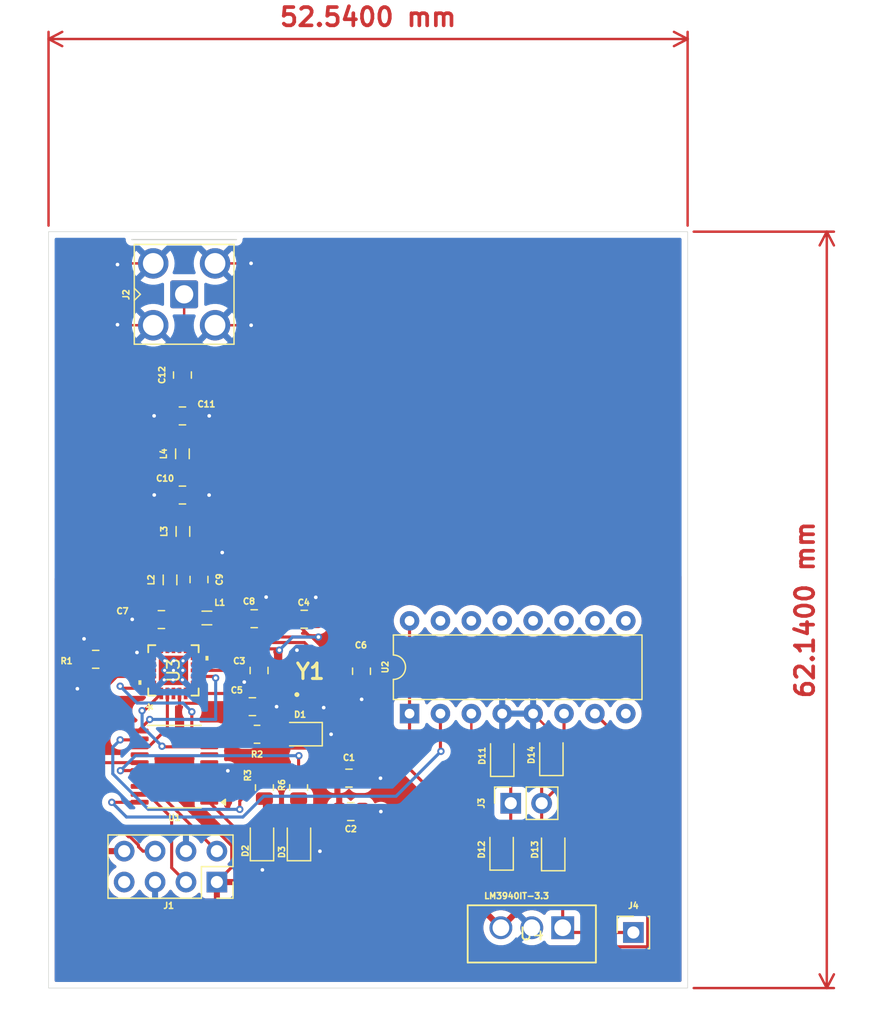
<source format=kicad_pcb>
(kicad_pcb (version 20240108) (generator "pcbnew") (generator_version "8.0")
  (layers (0 "F.Cu" signal) (31 "B.Cu" signal) (34 "B.Paste" user) (35 "F.Paste" user) (36 "B.SilkS" user "B.Silkscreen") (37 "F.SilkS" user "F.Silkscreen") (38 "B.Mask" user) (39 "F.Mask" user) (44 "Edge.Cuts" user))
  (net 0 "")
  (net 1 "VDD")
  (net 2 "GND")
  (net 3 "OSC_IN")
  (net 4 "Net-(U3-DCOUPL)")
  (net 5 "OSC_OUT")
  (net 6 "Net-(D1-A)")
  (net 7 "Net-(D2-A)")
  (net 8 "Net-(D3-A)")
  (net 9 "VDD_5V")
  (net 10 "USART_TX")
  (net 11 "SWCLK")
  (net 12 "USART_RX")
  (net 13 "SWDIO")
  (net 14 "RBIAS")
  (net 15 "Net-(U1-PA3)")
  (net 16 "Net-(U1-PA5)")
  (net 17 "Net-(U1-PA9{slash}PA11)")
  (net 18 "SPI_MISO")
  (net 22 "MTR_CTRL_L")
  (net 24 "SPI_MOSI")
  (net 25 "SPI_NSS")
  (net 27 "MTR_CTRL_R")
  (net 28 "SPI_SCLK")
  (net 38 "GDO2")
  (net 39 "RF_N")
  (net 40 "GDO0")
  (net 41 "RF_P")
  (net 42 "Mplus")
  (net 43 "Mneg")
  (net 44 "Net-(C8-Pad2)")
  (net 45 "Net-(C9-Pad1)")
  (net 46 "Net-(C10-Pad2)")
  (net 47 "Net-(C11-Pad2)")
  (net 48 "Net-(J2-In)")
  (footprint "newparts:NX3225GA16000MSTDCRG1" (layer "F.Cu") (at 137.738651 98.761351)
    (property "Reference" "Y1")
    (property "Value" "NX3225GA-26.000MHZ-EXS00A-CG01972" (hide yes))
  )
  (footprint "Diode_SMD:D_0805_2012Metric" (layer "F.Cu") (at 153.518651 105.696351 90)
    (property "Reference" "D11")
    (property "Value" "1N4001")
  )
  (footprint "Capacitor_SMD:C_0805_2012Metric" (layer "F.Cu") (at 127.228651 74.406351 90)
    (property "Reference" "C12")
    (property "Value" "220pF")
  )
  (footprint "Diode_SMD:D_0805_2012Metric" (layer "F.Cu") (at 157.708651 113.446351 90)
    (property "Reference" "D13")
    (property "Value" "1N4001")
  )
  (footprint "Connector_PinSocket_2.54mm:PinSocket_1x02_P2.54mm_Vertical" (layer "F.Cu") (at 154.218651 109.586351 90)
    (property "Reference" "J3")
    (property "Value" "Conn_01x02_Socket")
  )
  (footprint "Package_SO:TSSOP-20_4.4x6.5mm_P0.65mm" (layer "F.Cu") (at 126.571151 106.576351 180)
    (property "Reference" "U1")
    (property "Value" "STM32C011F4Px")
  )
  (footprint "Connector_PinSocket_2.54mm:PinSocket_2x04_P2.54mm_Vertical" (layer "F.Cu") (at 130.058651 116.061351 -90)
    (property "Reference" "J1")
    (property "Value" "Conn_02x04_Counter_Clockwise")
  )
  (footprint "newparts:RGP20_2P4X2P4" (layer "F.Cu") (at 126.48865 98.670001 90)
    (property "Reference" "U3")
    (property "Value" "CC1101RGPR")
  )
  (footprint "Capacitor_SMD:C_0805_2012Metric" (layer "F.Cu") (at 137.238651 94.471351)
    (property "Reference" "C4")
    (property "Value" "0.1uF")
  )
  (footprint "Package_DIP:DIP-16_W7.62mm" (layer "F.Cu") (at 145.898651 102.221351 90)
    (property "Reference" "U2")
    (property "Value" "L293D")
  )
  (footprint "Capacitor_SMD:C_0805_2012Metric" (layer "F.Cu") (at 133.128651 94.426351 180)
    (property "Reference" "C8")
    (property "Value" "220pF")
  )
  (footprint "Capacitor_SMD:C_0805_2012Metric" (layer "F.Cu") (at 120.098651 97.761351 180)
    (property "Reference" "R1")
    (property "Value" "56k")
  )
  (footprint "Capacitor_SMD:C_0805_2012Metric" (layer "F.Cu") (at 127.228651 84.266351)
    (property "Reference" "C10")
    (property "Value" "12pF")
  )
  (footprint "Capacitor_SMD:C_0805_2012Metric" (layer "F.Cu") (at 125.498651 94.496351 180)
    (property "Reference" "C7")
    (property "Value" "6.8pF")
  )
  (footprint "Resistor_SMD:R_0805_2012Metric" (layer "F.Cu") (at 133.361151 103.921351 180)
    (property "Reference" "R2")
    (property "Value" "68")
  )
  (footprint "Capacitor_SMD:C_0805_2012Metric" (layer "F.Cu") (at 141.068651 110.271351)
    (property "Reference" "C2")
    (property "Value" "0.1uF")
  )
  (footprint "newparts:LM3940IT-3.3" (layer "F.Cu") (at 153.408651 120.829351 180)
    (property "Reference" "U4")
    (property "Value" "LM3940IT-3.3")
  )
  (footprint "Connector_Coaxial:SMA_Amphenol_901-143_Horizontal" (layer "F.Cu") (at 127.368651 67.776351)
    (property "Reference" "J2")
    (property "Value" "Conn_Coaxial")
    (fp_line (start 4.3 -4.5) (end -4.3 -4.5) (stroke (width 0.1)) (layer "Edge.Cuts"))
  )
  (footprint "Capacitor_SMD:C_0805_2012Metric" (layer "F.Cu") (at 133.528651 98.681351 -90)
    (property "Reference" "C3")
    (property "Value" "27pF")
  )
  (footprint "LED_SMD:LED_0805_2012Metric" (layer "F.Cu") (at 133.768651 112.623851 90)
    (property "Reference" "D2")
    (property "Value" "LED_Receive")
  )
  (footprint "Inductor_SMD:L_0805_2012Metric" (layer "F.Cu") (at 127.228651 80.876351 90)
    (property "Reference" "L4")
    (property "Value" "33nH")
  )
  (footprint "Capacitor_SMD:C_0805_2012Metric" (layer "F.Cu") (at 127.228651 77.766351)
    (property "Reference" "C11")
    (property "Value" "6.8pF")
  )
  (footprint "Capacitor_SMD:C_0805_2012Metric" (layer "F.Cu") (at 132.978651 101.651351)
    (property "Reference" "C5")
    (property "Value" "0.1uF")
  )
  (footprint "Inductor_SMD:L_0805_2012Metric" (layer "F.Cu") (at 126.208651 91.236351 90)
    (property "Reference" "L2")
    (property "Value" "33nH")
  )
  (footprint "Inductor_SMD:L_0805_2012Metric" (layer "F.Cu") (at 127.268651 87.256351 90)
    (property "Reference" "L3")
    (property "Value" "18nH")
  )
  (footprint "Diode_SMD:D_0805_2012Metric" (layer "F.Cu") (at 157.558651 105.626351 90)
    (property "Reference" "D14")
    (property "Value" "1N4001")
  )
  (footprint "Capacitor_SMD:C_0805_2012Metric" (layer "F.Cu") (at 141.948651 98.741351 -90)
    (property "Reference" "C6")
    (property "Value" "27pF")
  )
  (footprint "Resistor_SMD:R_0805_2012Metric" (layer "F.Cu") (at 133.968651 108.293851 90)
    (property "Reference" "R3")
    (property "Value" "68")
  )
  (footprint "Resistor_SMD:R_0805_2012Metric" (layer "F.Cu") (at 136.778651 108.293851 90)
    (property "Reference" "R6")
    (property "Value" "68")
  )
  (footprint "Capacitor_SMD:C_0805_2012Metric" (layer "F.Cu") (at 128.588651 91.206351 -90)
    (property "Reference" "C9")
    (property "Value" "6.8pF")
  )
  (footprint "LED_SMD:LED_0805_2012Metric" (layer "F.Cu") (at 136.808651 112.623851 90)
    (property "Reference" "D3")
    (property "Value" "LED_Valid")
  )
  (footprint "Inductor_SMD:L_0805_2012Metric" (layer "F.Cu") (at 129.238651 94.366351 180)
    (property "Reference" "L1")
    (property "Value" "33nH")
  )
  (footprint "LED_SMD:LED_0805_2012Metric" (layer "F.Cu") (at 137.038651 103.911351 180)
    (property "Reference" "D1")
    (property "Value" "LED_Transmit")
  )
  (footprint "Capacitor_SMD:C_0805_2012Metric" (layer "F.Cu") (at 140.918651 107.521351)
    (property "Reference" "C1")
    (property "Value" "0.1uF")
  )
  (footprint "Connector_PinSocket_2.54mm:PinSocket_1x01_P2.54mm_Vertical" (layer "F.Cu") (at 164.298651 120.203351 90)
    (property "Reference" "J4")
    (property "Value" "Conn_01x01_Socket")
  )
  (footprint "Diode_SMD:D_0805_2012Metric" (layer "F.Cu") (at 153.468651 113.396351 90)
    (property "Reference" "D12")
    (property "Value" "1N4001")
  )
  (gr_rect (start 116.22 62.63) (end 168.76 124.77) (stroke (width 0.05)) (fill none) (layer "Edge.Cuts"))
  (dimension (type aligned) (layer "F.Cu") (pts (xy 116.22 62.63) (xy 168.76 62.63)) (height -15.83) (gr_text "52.5400 mm" (at 142.49 45 0) (layer "F.Cu") (effects (font (size 1.5 1.5) (thickness 0.3)))) (format (prefix "") (suffix "") (units 3) (units_format 1) (precision 4)) (style (thickness 0.2) (arrow_length 1.27) (text_position_mode 0) (extension_height 0.58642) (extension_offset 0.5) keep_text_aligned))
  (dimension (type aligned) (layer "F.Cu") (pts (xy 168.76 62.63) (xy 168.76 124.77)) (height -11.44) (gr_text "62.1400 mm" (at 178.4 93.7 90) (layer "F.Cu") (effects (font (size 1.5 1.5) (thickness 0.3)))) (format (prefix "") (suffix "") (units 3) (units_format 1) (precision 4)) (style (thickness 0.2) (arrow_length 1.27) (text_position_mode 0) (extension_height 0.58642) (extension_offset 0.5) keep_text_aligned))
  (segment (start 129.811773 101.371901) (end 131.334223 102.894351) (width 0.254) (layer "F.Cu") (net 1))
  (segment (start 120.692074 96.57) (end 125.287298 96.57) (width 0.254) (layer "F.Cu") (net 1))
  (segment (start 138.41 95.93) (end 139.38 95.93) (width 0.254) (layer "F.Cu") (net 1))
  (segment (start 132.957079 102.894351) (end 133.381851 103.319123) (width 0.254) (layer "F.Cu") (net 1))
  (segment (start 131.28 114.840002) (end 130.058651 116.061351) (width 0.254) (layer "F.Cu") (net 1))
  (segment (start 133.793 105.053) (end 137.5003 105.053) (width 0.254) (layer "F.Cu") (net 1))
  (segment (start 121.687929 98.670001) (end 121.544579 98.813351) (width 0.254) (layer "F.Cu") (net 1))
  (segment (start 135.094351 96.904351) (end 135.2 97.01) (width 0.254) (layer "F.Cu") (net 1))
  (segment (start 127.061649 101.371901) (end 129.811773 101.371901) (width 0.254) (layer "F.Cu") (net 1))
  (segment (start 137.5003 105.053) (end 139.968651 107.521351) (width 0.254) (layer "F.Cu") (net 1))
  (segment (start 127.01 101.72) (end 126.988649 101.698649) (width 0.254) (layer "F.Cu") (net 1))
  (segment (start 137.7473 95.93) (end 138.41 95.93) (width 0.254) (layer "F.Cu") (net 1))
  (segment (start 139.38 95.93) (end 139.4 95.95) (width 0.254) (layer "F.Cu") (net 1))
  (segment (start 128.696152 107.551351) (end 128.104676 108.142827) (width 0.254) (layer "F.Cu") (net 1))
  (segment (start 126.988649 100.568651) (end 126.988649 101.49) (width 0.254) (layer "F.Cu") (net 1))
  (segment (start 138.409 95.929) (end 138.41 95.93) (width 0.254) (layer "F.Cu") (net 1))
  (segment (start 120.221651 97.040423) (end 120.692074 96.57) (width 0.254) (layer "F.Cu") (net 1))
  (segment (start 131.334223 102.894351) (end 132.957079 102.894351) (width 0.254) (layer "F.Cu") (net 1))
  (segment (start 129.169948 98.170002) (end 130.435599 96.904351) (width 0.254) (layer "F.Cu") (net 1))
  (segment (start 136.288651 94.471351) (end 137.7473 95.93) (width 0.254) (layer "F.Cu") (net 1))
  (segment (start 121.544579 98.813351) (end 120.552723 98.813351) (width 0.254) (layer "F.Cu") (net 1))
  (segment (start 120.221651 98.482279) (end 120.221651 97.040423) (width 0.254) (layer "F.Cu") (net 1))
  (segment (start 124.59 98.670001) (end 121.687929 98.670001) (width 0.254) (layer "F.Cu") (net 1))
  (segment (start 128.104676 108.142827) (end 128.104676 109.902846) (width 0.254) (layer "F.Cu") (net 1))
  (segment (start 125.988651 96.771351) (end 125.488649 96.771351) (width 0.254) (layer "F.Cu") (net 1))
  (segment (start 128.331002 95.929) (end 138.409 95.929) (width 0.254) (layer "F.Cu") (net 1))
  (segment (start 120.552723 98.813351) (end 120.221651 98.482279) (width 0.254) (layer "F.Cu") (net 1))
  (segment (start 129.433651 107.551351) (end 128.696152 107.551351) (width 0.254) (layer "F.Cu") (net 1))
  (segment (start 126.988649 100.568651) (end 126.988649 101.298901) (width 0.254) (layer "F.Cu") (net 1))
  (segment (start 128.3873 98.170002) (end 129.169948 98.170002) (width 0.254) (layer "F.Cu") (net 1))
  (segment (start 131.28 113.07817) (end 131.28 114.840002) (width 0.254) (layer "F.Cu") (net 1))
  (segment (start 125.287298 96.57) (end 125.488649 96.771351) (width 0.254) (layer "F.Cu") (net 1))
  (segment (start 126.988649 101.49) (end 126.988649 101.698649) (width 0.254) (layer "F.Cu") (net 1))
  (segment (start 130.435599 96.904351) (end 135.094351 96.904351) (width 0.254) (layer "F.Cu") (net 1))
  (segment (start 126.988649 101.298901) (end 127.061649 101.371901) (width 0.254) (layer "F.Cu") (net 1))
  (segment (start 127.488651 96.771351) (end 128.331002 95.929) (width 0.254) (layer "F.Cu") (net 1))
  (segment (start 128.104676 109.902846) (end 131.28 113.07817) (width 0.254) (layer "F.Cu") (net 1))
  (segment (start 133.381851 103.319123) (end 133.381851 104.641851) (width 0.254) (layer "F.Cu") (net 1))
  (segment (start 133.381851 104.641851) (end 133.793 105.053) (width 0.254) (layer "F.Cu") (net 1))
  (via (at 135.2 97.01) (size 0.6) (drill 0.3) (layers "F.Cu" "B.Cu") (net 1))
  (via (at 138.41 95.93) (size 0.6) (drill 0.3) (layers "F.Cu" "B.Cu") (net 1))
  (segment (start 135.2 97.01) (end 136.28 95.93) (width 0.254) (layer "B.Cu") (net 1))
  (segment (start 136.28 95.93) (end 138.41 95.93) (width 0.254) (layer "B.Cu") (net 1))
  (segment (start 132.876351 74.313649) (end 132.876351 70.316351) (width 0.2) (layer "F.Cu") (net 2))
  (segment (start 124.828651 70.316351) (end 121.936351 70.316351) (width 0.2) (layer "F.Cu") (net 2))
  (segment (start 138.188651 94.471351) (end 138.188651 92.671349) (width 0.2) (layer "F.Cu") (net 2))
  (segment (start 123.116351 94.496351) (end 123.1 94.48) (width 0.2) (layer "F.Cu") (net 2))
  (segment (start 137.976151 103.911351) (end 139.441351 103.911351) (width 0.254) (layer "F.Cu") (net 2))
  (segment (start 133.768651 115.028651) (end 133.8 115.06) (width 0.254) (layer "F.Cu") (net 2))
  (segment (start 130.5 89.04) (end 130.5 88.99) (width 0.2) (layer "F.Cu") (net 2))
  (segment (start 132.863649 65.236351) (end 132.87 65.23) (width 0.2) (layer "F.Cu") (net 2))
  (segment (start 124.906351 77.766351) (end 124.9 77.76) (width 0.2) (layer "F.Cu") (net 2))
  (segment (start 124.828651 65.236351) (end 121.983649 65.236351) (width 0.2) (layer "F.Cu") (net 2))
  (segment (start 134.97 101.65) (end 134.968649 101.651351) (width 0.2) (layer "F.Cu") (net 2))
  (segment (start 136.638651 97.961351) (end 136.638651 97.011349) (width 0.254) (layer "F.Cu") (net 2))
  (segment (start 133.528651 99.631351) (end 132.311351 99.631351) (width 0.2) (layer "F.Cu") (net 2))
  (segment (start 132.311351 99.631351) (end 132.31 99.63) (width 0.2) (layer "F.Cu") (net 2))
  (segment (start 143.501351 107.521351) (end 143.51 107.53) (width 0.254) (layer "F.Cu") (net 2))
  (segment (start 138.17 92.65) (end 138.19 92.67) (width 0.2) (layer "F.Cu") (net 2))
  (segment (start 124.59 99.17) (end 121.829983 99.17) (width 0.254) (layer "F.Cu") (net 2))
  (segment (start 136.808651 113.561351) (end 138.498649 113.561351) (width 0.254) (layer "F.Cu") (net 2))
  (segment (start 132.876351 65.236351) (end 132.87 65.23) (width 0.2) (layer "F.Cu") (net 2))
  (segment (start 123.63 85.54) (end 124.91 84.26) (width 0.2) (layer "F.Cu") (net 2))
  (segment (start 129.42 84.27) (end 129.42 77.77) (width 0.2) (layer "F.Cu") (net 2))
  (segment (start 124.59 97.67) (end 124.12 97.2) (width 0.254) (layer "F.Cu") (net 2))
  (segment (start 124.548651 94.496351) (end 123.116351 94.496351) (width 0.2) (layer "F.Cu") (net 2))
  (segment (start 124.916351 84.266351) (end 124.91 84.26) (width 0.2) (layer "F.Cu") (net 2))
  (segment (start 121.829983 99.17) (end 120.819983 100.18) (width 0.254) (layer "F.Cu") (net 2))
  (segment (start 121.936351 70.316351) (end 121.89 70.27) (width 0.2) (layer "F.Cu") (net 2))
  (segment (start 134.11 92.65) (end 130.5 89.04) (width 0.2) (layer "F.Cu") (net 2))
  (segment (start 129.43 77.76) (end 132.876351 74.313649) (width 0.2) (layer "F.Cu") (net 2))
  (segment (start 123.63 93.95) (end 123.63 85.54) (width 0.2) (layer "F.Cu") (net 2))
  (segment (start 134.11 92.65) (end 138.17 92.65) (width 0.2) (layer "F.Cu") (net 2))
  (segment (start 124.9 77.76) (end 124.9 84.25) (width 0.2) (layer "F.Cu") (net 2))
  (segment (start 136.638651 97.011349) (end 136.64 97.01) (width 0.254) (layer "F.Cu") (net 2))
  (segment (start 129.908651 65.236351) (end 132.863649 65.236351) (width 0.2) (layer "F.Cu") (net 2))
  (segment (start 126.278651 77.766351) (end 124.906351 77.766351) (width 0.2) (layer "F.Cu") (net 2))
  (segment (start 129.908651 70.316351) (end 132.876351 70.316351) (width 0.2) (layer "F.Cu") (net 2))
  (segment (start 121.89 65.33) (end 121.89 70.27) (width 0.2) (layer "F.Cu") (net 2))
  (segment (start 138.838651 101.728651) (end 138.84 101.73) (width 0.2) (layer "F.Cu") (net 2))
  (segment (start 153.518651 102.221351) (end 153.518651 104.758851) (width 0.2) (layer "F.Cu") (net 2))
  (segment (start 157.558651 103.721351) (end 157.558651 104.688851) (width 0.2) (layer "F.Cu") (net 2))
  (segment (start 129.42 77.77) (end 129.43 77.76) (width 0.2) (layer "F.Cu") (net 2))
  (segment (start 130.941351 106.901351) (end 130.96 106.92) (width 0.254) (layer "F.Cu") (net 2))
  (segment (start 138.498649 113.561351) (end 138.53 113.53) (width 0.254) (layer "F.Cu") (net 2))
  (segment (start 129.433651 106.901351) (end 130.941351 106.901351) (width 0.254) (layer "F.Cu") (net 2))
  (segment (start 121.89 70.27) (end 121.89 74.75) (width 0.2) (layer "F.Cu") (net 2))
  (segment (start 119.148651 97.761351) (end 119.148651 96.088651) (width 0.254) (layer "F.Cu") (net 2))
  (segment (start 141.948651 99.691351) (end 141.948651 101.038651) (width 0.2) (layer "F.Cu") (net 2))
  (segment (start 138.838651 99.561351) (end 138.838651 101.728651) (width 0.2) (layer "F.Cu") (net 2))
  (segment (start 143.538649 110.271351) (end 143.54 110.27) (width 0.254) (layer "F.Cu") (net 2))
  (segment (start 134.078651 92.681349) (end 134.11 92.65) (width 0.2) (layer "F.Cu") (net 2))
  (segment (start 121.983649 65.236351) (end 121.89 65.33) (width 0.2) (layer "F.Cu") (net 2))
  (segment (start 124.9 84.25) (end 124.91 84.26) (width 0.2) (layer "F.Cu") (net 2))
  (segment (start 123.1 94.48) (end 123.63 93.95) (width 0.2) (layer "F.Cu") (net 2))
  (segment (start 141.868651 107.521351) (end 143.501351 107.521351) (width 0.254) (layer "F.Cu") (net 2))
  (segment (start 130.5 85.35) (end 129.42 84.27) (width 0.2) (layer "F.Cu") (net 2))
  (segment (start 141.948651 101.038651) (end 141.96 101.05) (width 0.2) (layer "F.Cu") (net 2))
  (segment (start 134.078651 94.426351) (end 134.078651 92.681349) (width 0.2) (layer "F.Cu") (net 2))
  (segment (start 142.018651 110.271351) (end 143.538649 110.271351) (width 0.254) (layer "F.Cu") (net 2))
  (segment (start 138.188651 92.671349) (end 138.19 92.67) (width 0.2) (layer "F.Cu") (net 2))
  (segment (start 156.058651 102.221351) (end 157.558651 103.721351) (width 0.2) (layer "F.Cu") (net 2))
  (segment (start 132.876351 70.316351) (end 132.876351 65.236351) (width 0.2) (layer "F.Cu") (net 2))
  (segment (start 124.12 97.2) (end 123.49 97.2) (width 0.254) (layer "F.Cu") (net 2))
  (segment (start 130.5 88.99) (end 130.5 85.35) (width 0.2) (layer "F.Cu") (net 2))
  (segment (start 133.768651 113.561351) (end 133.768651 115.028651) (width 0.254) (layer "F.Cu") (net 2))
  (segment (start 133.928651 101.651351) (end 134.968649 101.651351) (width 0.2) (layer "F.Cu") (net 2))
  (segment (start 126.278651 84.266351) (end 124.916351 84.266351) (width 0.2) (layer "F.Cu") (net 2))
  (segment (start 121.89 74.75) (end 124.9 77.76) (width 0.2) (layer "F.Cu") (net 2))
  (segment (start 120.819983 100.18) (end 118.59 100.18) (width 0.254) (layer "F.Cu") (net 2))
  (segment (start 119.148651 96.088651) (end 119.14 96.08) (width 0.254) (layer "F.Cu") (net 2))
  (segment (start 139.441351 103.911351) (end 139.45 103.92) (width 0.254) (layer "F.Cu") (net 2))
  (via (at 124.91 84.26) (size 0.6) (drill 0.3) (layers "F.Cu" "B.Cu") (net 2))
  (via (at 121.89 70.27) (size 0.6) (drill 0.3) (layers "F.Cu" "B.Cu") (net 2))
  (via (at 118.59 100.18) (size 0.6) (drill 0.3) (layers "F.Cu" "B.Cu") (net 2))
  (via (at 139.45 103.92) (size 0.6) (drill 0.3) (layers "F.Cu" "B.Cu") (net 2))
  (via (at 132.87 65.23) (size 0.6) (drill 0.3) (layers "F.Cu" "B.Cu") (net 2))
  (via (at 141.96 101.05) (size 0.6) (drill 0.3) (layers "F.Cu" "B.Cu") (net 2))
  (via (at 138.84 101.73) (size 0.6) (drill 0.3) (layers "F.Cu" "B.Cu") (net 2))
  (via (at 132.876351 70.316351) (size 0.6) (drill 0.3) (layers "F.Cu" "B.Cu") (net 2))
  (via (at 124.9 77.76) (size 0.6) (drill 0.3) (layers "F.Cu" "B.Cu") (net 2))
  (via (at 134.11 92.65) (size 0.6) (drill 0.3) (layers "F.Cu" "B.Cu") (net 2))
  (via (at 132.31 99.63) (size 0.6) (drill 0.3) (layers "F.Cu" "B.Cu") (net 2))
  (via (at 138.53 113.53) (size 0.6) (drill 0.3) (layers "F.Cu" "B.Cu") (net 2))
  (via (at 130.96 106.92) (size 0.6) (drill 0.3) (layers "F.Cu" "B.Cu") (net 2))
  (via (at 130.5 88.99) (size 0.6) (drill 0.3) (layers "F.Cu" "B.Cu") (net 2))
  (via (at 143.54 110.27) (size 0.6) (drill 0.3) (layers "F.Cu" "B.Cu") (net 2))
  (via (at 134.968649 101.651351) (size 0.6) (drill 0.3) (layers "F.Cu" "B.Cu") (net 2))
  (via (at 123.1 94.48) (size 0.6) (drill 0.3) (layers "F.Cu" "B.Cu") (net 2))
  (via (at 133.8 115.06) (size 0.6) (drill 0.3) (layers "F.Cu" "B.Cu") (net 2))
  (via (at 121.89 65.33) (size 0.6) (drill 0.3) (layers "F.Cu" "B.Cu") (net 2))
  (via (at 136.64 97.01) (size 0.6) (drill 0.3) (layers "F.Cu" "B.Cu") (net 2))
  (via (at 129.43 77.76) (size 0.6) (drill 0.3) (layers "F.Cu" "B.Cu") (net 2))
  (via (at 138.19 92.67) (size 0.6) (drill 0.3) (layers "F.Cu" "B.Cu") (net 2))
  (via (at 129.42 84.27) (size 0.6) (drill 0.3) (layers "F.Cu" "B.Cu") (net 2))
  (via (at 143.51 107.53) (size 0.6) (drill 0.3) (layers "F.Cu" "B.Cu") (net 2))
  (via (at 123.49 97.2) (size 0.6) (drill 0.3) (layers "F.Cu" "B.Cu") (net 2))
  (via (at 119.14 96.08) (size 0.6) (drill 0.3) (layers "F.Cu" "B.Cu") (net 2))
  (segment (start 124.9 84.25) (end 124.91 84.26) (width 0.2) (layer "B.Cu") (net 2))
  (segment (start 121.983649 65.236351) (end 121.89 65.33) (width 0.2) (layer "B.Cu") (net 2))
  (segment (start 121.936351 70.316351) (end 121.89 70.27) (width 0.2) (layer "B.Cu") (net 2))
  (segment (start 132.88 70.32) (end 132.876351 70.316351) (width 0.2) (layer "B.Cu") (net 2))
  (segment (start 132.863649 65.236351) (end 132.87 65.23) (width 0.2) (layer "B.Cu") (net 2))
  (segment (start 133.528651 97.731351) (end 132.590001 98.670001) (width 0.254) (layer "F.Cu") (net 3))
  (segment (start 136.638651 99.561351) (end 135.358651 99.561351) (width 0.2) (layer "F.Cu") (net 3))
  (segment (start 132.590001 98.670001) (end 128.3873 98.670001) (width 0.254) (layer "F.Cu") (net 3))
  (segment (start 135.358651 99.561351) (end 133.528651 97.731351) (width 0.2) (layer "F.Cu") (net 3))
  (segment (start 130.945951 100.568651) (end 127.488651 100.568651) (width 0.254) (layer "F.Cu") (net 4))
  (segment (start 132.028651 101.651351) (end 130.945951 100.568651) (width 0.254) (layer "F.Cu") (net 4))
  (segment (start 128.3873 97.67) (end 129.6743 96.383) (width 0.254) (layer "F.Cu") (net 5))
  (segment (start 141.948651 97.791351) (end 139.008651 97.791351) (width 0.2) (layer "F.Cu") (net 5))
  (segment (start 129.6743 96.383) (end 137.2603 96.383) (width 0.254) (layer "F.Cu") (net 5))
  (segment (start 139.008651 97.791351) (end 138.838651 97.961351) (width 0.2) (layer "F.Cu") (net 5))
  (segment (start 137.2603 96.383) (end 138.838651 97.961351) (width 0.254) (layer "F.Cu") (net 5))
  (segment (start 133.968651 109.206351) (end 133.968651 111.486351) (width 0.254) (layer "F.Cu") (net 7))
  (segment (start 133.968651 111.486351) (end 133.768651 111.686351) (width 0.254) (layer "F.Cu") (net 7))
  (segment (start 136.778651 111.656351) (end 136.808651 111.686351) (width 0.254) (layer "F.Cu") (net 8))
  (segment (start 136.778651 109.206351) (end 136.778651 111.656351) (width 0.254) (layer "F.Cu") (net 8))
  (segment (start 158.488651 115.163851) (end 157.708651 114.383851) (width 0.254) (layer "F.Cu") (net 9))
  (segment (start 164.298651 120.203351) (end 158.878651 120.203351) (width 0.254) (layer "F.Cu") (net 9))
  (segment (start 153.518651 114.383851) (end 153.468651 114.333851) (width 0.254) (layer "F.Cu") (net 9))
  (segment (start 157.708651 114.383851) (end 153.518651 114.383851) (width 0.254) (layer "F.Cu") (net 9))
  (segment (start 145.898651 106.763851) (end 153.468651 114.333851) (width 0.254) (layer "F.Cu") (net 9))
  (segment (start 158.878651 120.203351) (end 158.488651 119.813351) (width 0.254) (layer "F.Cu") (net 9))
  (segment (start 145.898651 102.221351) (end 145.898651 106.763851) (width 0.254) (layer "F.Cu") (net 9))
  (segment (start 145.898651 94.601351) (end 145.898651 102.221351) (width 0.254) (layer "F.Cu") (net 9))
  (segment (start 158.488651 119.813351) (end 158.488651 115.163851) (width 0.254) (layer "F.Cu") (net 9))
  (segment (start 119.43 107.58) (end 120.758649 106.251351) (width 0.254) (layer "F.Cu") (net 10))
  (segment (start 123.981351 113.521351) (end 123.615651 113.155651) (width 0.254) (layer "F.Cu") (net 10))
  (segment (start 123.615651 113.033821) (end 122.926181 112.344351) (width 0.254) (layer "F.Cu") (net 10))
  (segment (start 123.615651 113.155651) (end 123.615651 113.033821) (width 0.254) (layer "F.Cu") (net 10))
  (segment (start 124.978651 113.521351) (end 123.981351 113.521351) (width 0.254) (layer "F.Cu") (net 10))
  (segment (start 122.804351 112.344351) (end 119.43 108.97) (width 0.254) (layer "F.Cu") (net 10))
  (segment (start 120.758649 106.251351) (end 123.708651 106.251351) (width 0.254) (layer "F.Cu") (net 10))
  (segment (start 119.43 108.97) (end 119.43 107.58) (width 0.254) (layer "F.Cu") (net 10))
  (segment (start 122.926181 112.344351) (end 122.804351 112.344351) (width 0.254) (layer "F.Cu") (net 10))
  (segment (start 126.341651 114.884351) (end 126.341651 110.790211) (width 0.254) (layer "F.Cu") (net 11))
  (segment (start 127.518651 116.061351) (end 126.341651 114.884351) (width 0.254) (layer "F.Cu") (net 11))
  (segment (start 126.341651 110.790211) (end 124.402791 108.851351) (width 0.254) (layer "F.Cu") (net 11))
  (segment (start 124.402791 108.851351) (end 123.708651 108.851351) (width 0.254) (layer "F.Cu") (net 11))
  (segment (start 130.058651 113.521351) (end 124.738651 108.201351) (width 0.254) (layer "F.Cu") (net 13))
  (segment (start 124.738651 108.201351) (end 123.708651 108.201351) (width 0.254) (layer "F.Cu") (net 13))
  (segment (start 121.457302 98.170002) (end 124.59 98.170002) (width 0.254) (layer "F.Cu") (net 14))
  (segment (start 121.048651 97.761351) (end 121.457302 98.170002) (width 0.254) (layer "F.Cu") (net 14))
  (segment (start 132.178651 103.651351) (end 132.448651 103.921351) (width 0.254) (layer "F.Cu") (net 15))
  (segment (start 129.433651 103.651351) (end 132.178651 103.651351) (width 0.254) (layer "F.Cu") (net 15))
  (segment (start 122.11 104.38) (end 123.630002 104.38) (width 0.254) (layer "F.Cu") (net 16))
  (segment (start 131.94 109.410002) (end 131.94 110.09) (width 0.254) (layer "F.Cu") (net 16))
  (segment (start 123.630002 104.38) (end 123.708651 104.301351) (width 0.254) (layer "F.Cu") (net 16))
  (segment (start 133.968651 107.381351) (end 131.94 109.410002) (width 0.254) (layer "F.Cu") (net 16))
  (via (at 122.11 104.38) (size 0.6) (drill 0.3) (layers "F.Cu" "B.Cu") (net 16))
  (via (at 131.94 110.09) (size 0.6) (drill 0.3) (layers "F.Cu" "B.Cu") (net 16))
  (segment (start 124.423288 110.09) (end 121.503 107.169712) (width 0.254) (layer "B.Cu") (net 16))
  (segment (start 131.94 110.09) (end 124.423288 110.09) (width 0.254) (layer "B.Cu") (net 16))
  (segment (start 121.503 104.987) (end 122.11 104.38) (width 0.254) (layer "B.Cu") (net 16))
  (segment (start 121.503 107.169712) (end 121.503 104.987) (width 0.254) (layer "B.Cu") (net 16))
  (segment (start 122.138649 106.901351) (end 122.13 106.91) (width 0.254) (layer "F.Cu") (net 17))
  (segment (start 136.778651 105.701349) (end 136.8 105.68) (width 0.254) (layer "F.Cu") (net 17))
  (segment (start 123.708651 106.901351) (end 122.138649 106.901351) (width 0.254) (layer "F.Cu") (net 17))
  (segment (start 136.778651 107.381351) (end 136.778651 105.701349) (width 0.254) (layer "F.Cu") (net 17))
  (via (at 136.8 105.68) (size 0.6) (drill 0.3) (layers "F.Cu" "B.Cu") (net 17))
  (via (at 122.13 106.91) (size 0.6) (drill 0.3) (layers "F.Cu" "B.Cu") (net 17))
  (segment (start 123.36 105.68) (end 122.13 106.91) (width 0.254) (layer "B.Cu") (net 17))
  (segment (start 136.8 105.68) (end 123.36 105.68) (width 0.254) (layer "B.Cu") (net 17))
  (segment (start 123.708651 104.951351) (end 124.44615 104.951351) (width 0.254) (layer "F.Cu") (net 18))
  (segment (start 124.44615 104.951351) (end 125.988651 103.40885) (width 0.254) (layer "F.Cu") (net 18))
  (segment (start 125.988651 103.40885) (end 125.988651 100.568651) (width 0.254) (layer "F.Cu") (net 18))
  (segment (start 123.700002 109.51) (end 123.708651 109.501351) (width 0.254) (layer "F.Cu") (net 22))
  (segment (start 148.438651 102.221351) (end 148.438651 105.278651) (width 0.254) (layer "F.Cu") (net 22))
  (segment (start 121.42 109.51) (end 123.700002 109.51) (width 0.254) (layer "F.Cu") (net 22))
  (segment (start 148.438651 105.278651) (end 148.48 105.32) (width 0.254) (layer "F.Cu") (net 22))
  (via (at 121.42 109.51) (size 0.6) (drill 0.3) (layers "F.Cu" "B.Cu") (net 22))
  (via (at 148.48 105.32) (size 0.6) (drill 0.3) (layers "F.Cu" "B.Cu") (net 22))
  (segment (start 122.627 110.717) (end 121.42 109.51) (width 0.254) (layer "B.Cu") (net 22))
  (segment (start 144.78767 109.01233) (end 133.904382 109.01233) (width 0.254) (layer "B.Cu") (net 22))
  (segment (start 133.904382 109.01233) (end 132.199712 110.717) (width 0.254) (layer "B.Cu") (net 22))
  (segment (start 148.48 105.32) (end 144.78767 109.01233) (width 0.254) (layer "B.Cu") (net 22))
  (segment (start 132.199712 110.717) (end 122.627 110.717) (width 0.254) (layer "B.Cu") (net 22))
  (segment (start 122.11 99.97) (end 122.279052 100.139052) (width 0.254) (layer "F.Cu") (net 24))
  (segment (start 122.279052 100.139052) (end 124.12095 100.139052) (width 0.254) (layer "F.Cu") (net 24))
  (segment (start 124.12095 100.139052) (end 124.59 99.670002) (width 0.254) (layer "F.Cu") (net 24))
  (segment (start 129.433651 104.301351) (end 128.696152 104.301351) (width 0.254) (layer "F.Cu") (net 24))
  (segment (start 128.696152 104.301351) (end 128 103.605199) (width 0.254) (layer "F.Cu") (net 24))
  (segment (start 128 103.605199) (end 128 102.073) (width 0.254) (layer "F.Cu") (net 24))
  (via (at 122.11 99.97) (size 0.6) (drill 0.3) (layers "F.Cu" "B.Cu") (net 24))
  (via (at 128 102.073) (size 0.6) (drill 0.3) (layers "F.Cu" "B.Cu") (net 24))
  (segment (start 123.493 101.353) (end 122.11 99.97) (width 0.254) (layer "B.Cu") (net 24))
  (segment (start 127.28 101.353) (end 123.493 101.353) (width 0.254) (layer "B.Cu") (net 24))
  (segment (start 128 102.073) (end 127.28 101.353) (width 0.254) (layer "B.Cu") (net 24))
  (segment (start 129.96 99.297001) (end 129.832999 99.17) (width 0.254) (layer "F.Cu") (net 25))
  (segment (start 123.708651 103.651351) (end 123.708651 103.531349) (width 0.254) (layer "F.Cu") (net 25))
  (segment (start 129.832999 99.17) (end 128.3873 99.17) (width 0.254) (layer "F.Cu") (net 25))
  (segment (start 123.708651 103.531349) (end 124.54 102.7) (width 0.254) (layer "F.Cu") (net 25))
  (via (at 129.96 99.297001) (size 0.6) (drill 0.3) (layers "F.Cu" "B.Cu") (net 25))
  (via (at 124.54 102.7) (size 0.6) (drill 0.3) (layers "F.Cu" "B.Cu") (net 25))
  (segment (start 124.54 102.7) (end 129.96 102.7) (width 0.254) (layer "B.Cu") (net 25))
  (segment (start 129.96 102.7) (end 129.96 99.297001) (width 0.254) (layer "B.Cu") (net 25))
  (segment (start 147.366002 121.380351) (end 138.486502 112.500851) (width 0.254) (layer "F.Cu") (net 27))
  (segment (start 161.138651 102.221351) (end 165.475651 106.558351) (width 0.254) (layer "F.Cu") (net 27))
  (segment (start 138.486502 112.500851) (end 132.433151 112.500851) (width 0.254) (layer "F.Cu") (net 27))
  (segment (start 132.433151 112.500851) (end 129.433651 109.501351) (width 0.254) (layer "F.Cu") (net 27))
  (segment (start 165.475651 121.380351) (end 147.366002 121.380351) (width 0.254) (layer "F.Cu") (net 27))
  (segment (start 165.475651 106.558351) (end 165.475651 121.380351) (width 0.254) (layer "F.Cu") (net 27))
  (segment (start 125.601351 104.951351) (end 125.55 104.9) (width 0.254) (layer "F.Cu") (net 28))
  (segment (start 129.433651 104.951351) (end 125.601351 104.951351) (width 0.254) (layer "F.Cu") (net 28))
  (segment (start 124.0773 101.98) (end 125.488649 100.568651) (width 0.254) (layer "F.Cu") (net 28))
  (segment (start 123.91 101.98) (end 124.0773 101.98) (width 0.254) (layer "F.Cu") (net 28))
  (via (at 123.91 101.98) (size 0.6) (drill 0.3) (layers "F.Cu" "B.Cu") (net 28))
  (via (at 125.55 104.9) (size 0.6) (drill 0.3) (layers "F.Cu" "B.Cu") (net 28))
  (segment (start 123.913 103.263) (end 123.913 101.983) (width 0.254) (layer "B.Cu") (net 28))
  (segment (start 123.913 101.983) (end 123.91 101.98) (width 0.254) (layer "B.Cu") (net 28))
  (segment (start 125.55 104.9) (end 123.913 103.263) (width 0.254) (layer "B.Cu") (net 28))
  (segment (start 126.208651 94.256351) (end 126.448651 94.496351) (width 0.2) (layer "F.Cu") (net 39))
  (segment (start 126.208651 92.298851) (end 126.208651 94.256351) (width 0.2) (layer "F.Cu") (net 39))
  (segment (start 126.48865 94.53635) (end 126.48865 96.771351) (width 0.254) (layer "F.Cu") (net 39))
  (segment (start 126.448651 94.496351) (end 126.48865 94.53635) (width 0.254) (layer "F.Cu") (net 39))
  (segment (start 128.588651 92.156351) (end 128.588651 93.953851) (width 0.2) (layer "F.Cu") (net 41))
  (segment (start 126.988649 95.553853) (end 126.988649 96.771351) (width 0.254) (layer "F.Cu") (net 41))
  (segment (start 128.588651 93.953851) (end 128.176151 94.366351) (width 0.2) (layer "F.Cu") (net 41))
  (segment (start 128.176151 94.366351) (end 126.988649 95.553853) (width 0.254) (layer "F.Cu") (net 41))
  (segment (start 150.978651 104.093851) (end 153.518651 106.633851) (width 0.2) (layer "F.Cu") (net 42))
  (segment (start 154.218651 107.333851) (end 154.218651 109.586351) (width 0.254) (layer "F.Cu") (net 42))
  (segment (start 154.218651 111.708851) (end 153.468651 112.458851) (width 0.254) (layer "F.Cu") (net 42))
  (segment (start 153.518651 106.633851) (end 154.218651 107.333851) (width 0.254) (layer "F.Cu") (net 42))
  (segment (start 150.978651 102.221351) (end 150.978651 104.093851) (width 0.2) (layer "F.Cu") (net 42))
  (segment (start 154.218651 109.586351) (end 154.218651 111.708851) (width 0.254) (layer "F.Cu") (net 42))
  (segment (start 156.758651 107.363851) (end 156.758651 109.586351) (width 0.254) (layer "F.Cu") (net 43))
  (segment (start 156.758651 109.586351) (end 158.598651 107.746351) (width 0.254) (layer "F.Cu") (net 43))
  (segment (start 158.598651 107.746351) (end 158.598651 102.221351) (width 0.254) (layer "F.Cu") (net 43))
  (segment (start 156.758651 111.558851) (end 157.708651 112.508851) (width 0.254) (layer "F.Cu") (net 43))
  (segment (start 156.758651 109.586351) (end 156.758651 111.558851) (width 0.254) (layer "F.Cu") (net 43))
  (segment (start 157.558651 106.563851) (end 156.758651 107.363851) (width 0.254) (layer "F.Cu") (net 43))
  (segment (start 132.118651 94.366351) (end 132.178651 94.426351) (width 0.2) (layer "F.Cu") (net 44))
  (segment (start 130.301151 94.366351) (end 132.118651 94.366351) (width 0.2) (layer "F.Cu") (net 44))
  (segment (start 127.268651 89.113851) (end 126.208651 90.173851) (width 0.2) (layer "F.Cu") (net 45))
  (segment (start 127.268651 88.318851) (end 127.268651 88.936351) (width 0.2) (layer "F.Cu") (net 45))
  (segment (start 127.268651 88.318851) (end 127.268651 89.113851) (width 0.2) (layer "F.Cu") (net 45))
  (segment (start 127.268651 88.936351) (end 128.588651 90.256351) (width 0.2) (layer "F.Cu") (net 45))
  (segment (start 127.228651 81.938851) (end 127.228651 83.316351) (width 0.2) (layer "F.Cu") (net 46))
  (segment (start 127.228651 83.316351) (end 128.178651 84.266351) (width 0.2) (layer "F.Cu") (net 46))
  (segment (start 128.178651 84.266351) (end 128.178651 85.283851) (width 0.2) (layer "F.Cu") (net 46))
  (segment (start 128.178651 85.283851) (end 127.268651 86.193851) (width 0.2) (layer "F.Cu") (net 46))
  (segment (start 128.178651 78.863851) (end 127.228651 79.813851) (width 0.2) (layer "F.Cu") (net 47))
  (segment (start 128.178651 76.306351) (end 128.178651 77.766351) (width 0.2) (layer "F.Cu") (net 47))
  (segment (start 127.228651 75.356351) (end 128.178651 76.306351) (width 0.2) (layer "F.Cu") (net 47))
  (segment (start 128.178651 77.766351) (end 128.178651 78.863851) (width 0.2) (layer "F.Cu") (net 47))
  (segment (start 127.368651 67.776351) (end 127.368651 73.316351) (width 0.2) (layer "F.Cu") (net 48))
  (segment (start 127.368651 73.316351) (end 127.228651 73.456351) (width 0.2) (layer "F.Cu") (net 48))
  (zone (net 1) (net_name "VDD") (layer "F.Cu") (connect_pads (clearance 0.5)) (min_thickness 0.25) (fill yes (thermal_gap 0.5) (thermal_bridge_width 0.5))
    (polygon (pts (xy 112.5 91) (xy 172.32 90.85) (xy 172.32 126.19) (xy 112.23 125.95)))
  )
  (zone (net 2) (net_name "GND") (layer "B.Cu") (connect_pads (clearance 0.5)) (min_thickness 0.25) (fill yes (thermal_gap 0.5) (thermal_bridge_width 0.5))
    (polygon (pts (xy 112.75 53.84) (xy 172.32 53.95) (xy 172.32 126.19) (xy 112.23 125.95)))
  )
)
</source>
